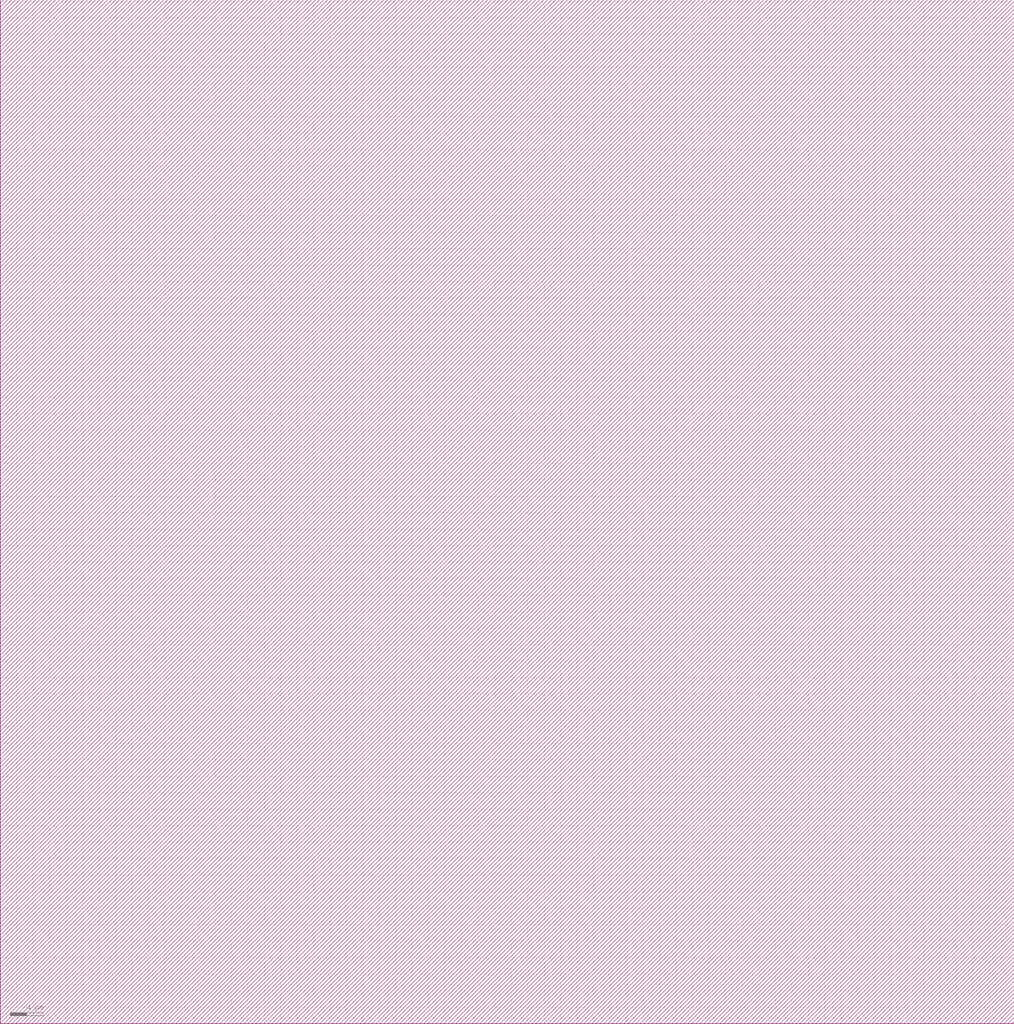
<source format=lef>
VERSION 5.6 ;

BUSBITCHARS "[]" ;

DIVIDERCHAR "/" ;

UNITS
    DATABASE MICRONS 1000 ;
END UNITS

MANUFACTURINGGRID 0.005000 ; 

CLEARANCEMEASURE EUCLIDEAN ; 

USEMINSPACING OBS ON ; 

SITE CoreSite
    CLASS CORE ;
    SIZE 0.600000 BY 0.300000 ;
END CoreSite

LAYER li
   TYPE ROUTING ;
   DIRECTION VERTICAL ;
   MINWIDTH 0.300000 ;
   AREA 0.056250 ;
   WIDTH 0.300000 ;
   SPACINGTABLE
      PARALLELRUNLENGTH 0.0
      WIDTH 0.0 0.225000 ;
   PITCH 0.600000 0.600000 ;
END li

LAYER mcon
    TYPE CUT ;
    SPACING 0.225000 ;
    WIDTH 0.300000 ;
    ENCLOSURE ABOVE 0.075000 0.075000 ;
    ENCLOSURE BELOW 0.000000 0.000000 ;
END mcon

LAYER met1
   TYPE ROUTING ;
   DIRECTION HORIZONTAL ;
   MINWIDTH 0.150000 ;
   AREA 0.084375 ;
   WIDTH 0.150000 ;
   SPACINGTABLE
      PARALLELRUNLENGTH 0.0
      WIDTH 0.0 0.150000 ;
   PITCH 0.300000 0.300000 ;
END met1

LAYER v1
    TYPE CUT ;
    SPACING 0.075000 ;
    WIDTH 0.300000 ;
    ENCLOSURE ABOVE 0.075000 0.075000 ;
    ENCLOSURE BELOW 0.075000 0.075000 ;
END v1

LAYER met2
   TYPE ROUTING ;
   DIRECTION VERTICAL ;
   MINWIDTH 0.150000 ;
   AREA 0.073125 ;
   WIDTH 0.150000 ;
   SPACINGTABLE
      PARALLELRUNLENGTH 0.0
      WIDTH 0.0 0.150000 ;
   PITCH 0.300000 0.300000 ;
END met2

LAYER v2
    TYPE CUT ;
    SPACING 0.150000 ;
    WIDTH 0.300000 ;
    ENCLOSURE ABOVE 0.075000 0.075000 ;
    ENCLOSURE BELOW 0.075000 0.000000 ;
END v2

LAYER met3
   TYPE ROUTING ;
   DIRECTION HORIZONTAL ;
   MINWIDTH 0.300000 ;
   AREA 0.241875 ;
   WIDTH 0.300000 ;
   SPACINGTABLE
      PARALLELRUNLENGTH 0.0
      WIDTH 0.0 0.300000 ;
   PITCH 0.600000 0.600000 ;
END met3

LAYER v3
    TYPE CUT ;
    SPACING 0.150000 ;
    WIDTH 0.450000 ;
    ENCLOSURE ABOVE 0.075000 0.075000 ;
    ENCLOSURE BELOW 0.075000 0.000000 ;
END v3

LAYER met4
   TYPE ROUTING ;
   DIRECTION VERTICAL ;
   MINWIDTH 0.300000 ;
   AREA 0.241875 ;
   WIDTH 0.300000 ;
   SPACINGTABLE
      PARALLELRUNLENGTH 0.0
      WIDTH 0.0 0.300000 ;
   PITCH 0.600000 0.600000 ;
END met4

LAYER v4
    TYPE CUT ;
    SPACING 0.450000 ;
    WIDTH 1.200000 ;
    ENCLOSURE ABOVE 0.150000 0.150000 ;
    ENCLOSURE BELOW 0.000000 0.000000 ;
END v4

LAYER met5
   TYPE ROUTING ;
   DIRECTION HORIZONTAL ;
   MINWIDTH 1.650000 ;
   AREA 4.005000 ;
   WIDTH 1.650000 ;
   SPACINGTABLE
      PARALLELRUNLENGTH 0.0
      WIDTH 0.0 1.650000 ;
   PITCH 3.300000 3.300000 ;
END met5

LAYER OVERLAP
   TYPE OVERLAP ;
END OVERLAP

VIA mcon_C DEFAULT
   LAYER li ;
     RECT -0.150000 -0.150000 0.150000 0.150000 ;
   LAYER mcon ;
     RECT -0.150000 -0.150000 0.150000 0.150000 ;
   LAYER met1 ;
     RECT -0.225000 -0.225000 0.225000 0.225000 ;
END mcon_C

VIA v1_C DEFAULT
   LAYER met1 ;
     RECT -0.225000 -0.225000 0.225000 0.225000 ;
   LAYER v1 ;
     RECT -0.150000 -0.150000 0.150000 0.150000 ;
   LAYER met2 ;
     RECT -0.225000 -0.225000 0.225000 0.225000 ;
END v1_C

VIA v2_C DEFAULT
   LAYER met2 ;
     RECT -0.150000 -0.225000 0.150000 0.225000 ;
   LAYER v2 ;
     RECT -0.150000 -0.150000 0.150000 0.150000 ;
   LAYER met3 ;
     RECT -0.225000 -0.225000 0.225000 0.225000 ;
END v2_C

VIA v2_Ch
   LAYER met2 ;
     RECT -0.225000 -0.150000 0.225000 0.150000 ;
   LAYER v2 ;
     RECT -0.150000 -0.150000 0.150000 0.150000 ;
   LAYER met3 ;
     RECT -0.225000 -0.225000 0.225000 0.225000 ;
END v2_Ch

VIA v2_Cv
   LAYER met2 ;
     RECT -0.150000 -0.225000 0.150000 0.225000 ;
   LAYER v2 ;
     RECT -0.150000 -0.150000 0.150000 0.150000 ;
   LAYER met3 ;
     RECT -0.225000 -0.225000 0.225000 0.225000 ;
END v2_Cv

VIA v3_C DEFAULT
   LAYER met3 ;
     RECT -0.300000 -0.225000 0.300000 0.225000 ;
   LAYER v3 ;
     RECT -0.225000 -0.225000 0.225000 0.225000 ;
   LAYER met4 ;
     RECT -0.300000 -0.300000 0.300000 0.300000 ;
END v3_C

VIA v3_Ch
   LAYER met3 ;
     RECT -0.300000 -0.225000 0.300000 0.225000 ;
   LAYER v3 ;
     RECT -0.225000 -0.225000 0.225000 0.225000 ;
   LAYER met4 ;
     RECT -0.300000 -0.300000 0.300000 0.300000 ;
END v3_Ch

VIA v3_Cv
   LAYER met3 ;
     RECT -0.300000 -0.225000 0.300000 0.225000 ;
   LAYER v3 ;
     RECT -0.225000 -0.225000 0.225000 0.225000 ;
   LAYER met4 ;
     RECT -0.300000 -0.300000 0.300000 0.300000 ;
END v3_Cv

VIA v4_C DEFAULT
   LAYER met4 ;
     RECT -0.600000 -0.600000 0.600000 0.600000 ;
   LAYER v4 ;
     RECT -0.600000 -0.600000 0.600000 0.600000 ;
   LAYER met5 ;
     RECT -0.750000 -0.750000 0.750000 0.750000 ;
END v4_C

MACRO _0_0std_0_0cells_0_0INVX1
    CLASS CORE ;
    FOREIGN _0_0std_0_0cells_0_0INVX1 0.000000 0.000000 ;
    ORIGIN 0.000000 0.000000 ;
    SIZE 2.400000 BY 3.000000 ;
    SYMMETRY X Y ;
    SITE CoreSite ;
    PIN A
        DIRECTION INPUT ;
        USE SIGNAL ;
        PORT
        LAYER li ;
        RECT 0.975000 2.325000 1.050000 2.550000 ;
        RECT 1.050000 2.325000 1.275000 2.550000 ;
        RECT 1.275000 2.400000 2.025000 2.550000 ;
        RECT 1.275000 2.325000 2.100000 2.400000 ;
        RECT 1.800000 2.100000 2.100000 2.325000 ;
        END
        ANTENNAGATEAREA 0.157500 ;
    END A
    PIN Y
        DIRECTION OUTPUT ;
        USE SIGNAL ;
        PORT
        LAYER li ;
        RECT 1.200000 0.525000 1.425000 0.600000 ;
        RECT 1.200000 1.725000 1.425000 1.800000 ;
        RECT 1.200000 1.500000 1.425000 1.725000 ;
        RECT 1.200000 1.200000 1.425000 1.500000 ;
        RECT 1.200000 0.975000 2.100000 1.200000 ;
        RECT 1.200000 0.825000 1.425000 0.975000 ;
        RECT 1.200000 0.600000 1.425000 0.825000 ;
        RECT 1.800000 0.900000 2.100000 0.975000 ;
        END
        ANTENNADIFFAREA 0.393750 ;
    END Y
    PIN Vdd
        DIRECTION INPUT ;
        USE POWER ;
        PORT
        LAYER li ;
        RECT 0.600000 1.725000 0.900000 1.800000 ;
        RECT 0.600000 1.500000 0.675000 1.725000 ;
        RECT 0.675000 1.500000 0.900000 1.725000 ;
        RECT 0.900000 1.500000 0.975000 1.725000 ;
        LAYER mcon ;
        RECT 0.675000 1.500000 0.900000 1.725000 ;
        LAYER met1 ;
        RECT 0.600000 1.725000 0.975000 1.800000 ;
        RECT 0.600000 1.500000 0.675000 1.725000 ;
        RECT 0.600000 1.425000 0.975000 1.500000 ;
        RECT 0.675000 1.500000 0.900000 1.725000 ;
        RECT 0.900000 1.500000 0.975000 1.725000 ;
        END
        ANTENNADIFFAREA 0.225000 ;
    END Vdd
    PIN GND
        DIRECTION INPUT ;
        USE GROUND ;
        PORT
        LAYER li ;
        RECT 0.600000 0.825000 0.900000 0.900000 ;
        RECT 0.600000 0.600000 0.675000 0.825000 ;
        RECT 0.675000 0.600000 0.900000 0.825000 ;
        RECT 0.900000 0.600000 0.975000 0.825000 ;
        LAYER mcon ;
        RECT 0.675000 0.600000 0.900000 0.825000 ;
        LAYER met1 ;
        RECT 0.600000 0.825000 0.975000 0.900000 ;
        RECT 0.600000 0.600000 0.675000 0.825000 ;
        RECT 0.600000 0.525000 0.975000 0.600000 ;
        RECT 0.675000 0.600000 0.900000 0.825000 ;
        RECT 0.900000 0.600000 0.975000 0.825000 ;
        END
        ANTENNADIFFAREA 0.168750 ;
    END GND
END _0_0std_0_0cells_0_0INVX1

MACRO welltap_svt
    CLASS CORE WELLTAP ;
    FOREIGN welltap_svt 0.000000 0.000000 ;
    ORIGIN 0.000000 0.000000 ;
    SIZE 1.200000 BY 2.100000 ;
    SYMMETRY X Y ;
    SITE CoreSite ;
    PIN Vdd
        DIRECTION INPUT ;
        USE POWER ;
        PORT
        LAYER li ;
        RECT 0.525000 1.725000 0.900000 1.800000 ;
        RECT 0.525000 1.500000 0.600000 1.725000 ;
        RECT 0.525000 1.425000 0.900000 1.500000 ;
        RECT 0.600000 1.500000 0.825000 1.725000 ;
        RECT 0.825000 1.500000 0.900000 1.725000 ;
        LAYER mcon ;
        RECT 0.600000 1.500000 0.825000 1.725000 ;
        LAYER met1 ;
        RECT 0.525000 1.725000 0.900000 1.800000 ;
        RECT 0.525000 1.500000 0.600000 1.725000 ;
        RECT 0.525000 1.425000 0.900000 1.500000 ;
        RECT 0.600000 1.500000 0.825000 1.725000 ;
        RECT 0.825000 1.500000 0.900000 1.725000 ;
        END
    END Vdd
    PIN GND
        DIRECTION INPUT ;
        USE GROUND ;
        PORT
        LAYER li ;
        RECT 0.525000 0.525000 0.900000 0.600000 ;
        RECT 0.525000 0.300000 0.600000 0.525000 ;
        RECT 0.525000 0.225000 0.900000 0.300000 ;
        RECT 0.600000 0.300000 0.825000 0.525000 ;
        RECT 0.825000 0.300000 0.900000 0.525000 ;
        LAYER mcon ;
        RECT 0.600000 0.300000 0.825000 0.525000 ;
        LAYER met1 ;
        RECT 0.525000 0.525000 0.900000 0.600000 ;
        RECT 0.525000 0.300000 0.600000 0.525000 ;
        RECT 0.525000 0.225000 0.900000 0.300000 ;
        RECT 0.600000 0.300000 0.825000 0.525000 ;
        RECT 0.825000 0.300000 0.900000 0.525000 ;
        END
    END GND
END welltap_svt

MACRO circuitppnp
   CLASS CORE ;
   FOREIGN circuitppnp 0.000000 0.000000 ;
   ORIGIN 0.000000 0.000000 ; 
   SIZE 123.000000 BY 124.200000 ; 
   SYMMETRY X Y ;
   SITE CoreSite ;
END circuitppnp

MACRO circuitwell
   CLASS CORE ;
   FOREIGN circuitwell 0.000000 0.000000 ;
   ORIGIN 0.000000 0.000000 ; 
   SIZE 123.000000 BY 124.200000 ; 
   SYMMETRY X Y ;
   SITE CoreSite ;
END circuitwell


</source>
